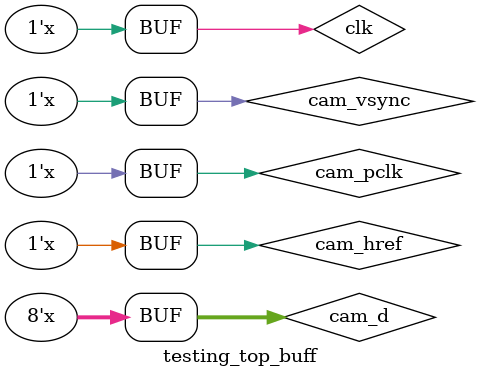
<source format=v>
`timescale 1ns / 1ps


module testing_top_buff;

	// Inputs
	reg clk;
	reg cam_vsync;
	reg cam_href;
	reg cam_pclk;
	reg [7:0] cam_d;

	// Outputs
	wire cam_sioc;
	wire cam_reset;
	wire cam_pwdn;
	wire cam_xclk;

	// Bidirs
	wire cam_siod;

	// Instantiate the Unit Under Test (UUT)
	top_buffer uut (
		.clk(clk), 
		.cam_sioc(cam_sioc), 
		.cam_siod(cam_siod), 
		.cam_reset(cam_reset), 
		.cam_pwdn(cam_pwdn), 
		.cam_vsync(cam_vsync), 
		.cam_href(cam_href), 
		.cam_pclk(cam_pclk), 
		.cam_xclk(cam_xclk), 
		.cam_d(cam_d)
	);

	initial begin
		// Initialize Inputs
		clk = 0;
		cam_vsync = 0;
		cam_href = 0;
		cam_pclk = 0;
		cam_d = 0;

		// Wait 100 ns for global reset to finish
		#100;
		// Add stimulus here

	end
	
	always begin
		#10 clk = ~clk;
		#5 cam_pclk = ~cam_pclk;
		#5 cam_vsync=~cam_vsync;
		#5 cam_href=~cam_href;
		cam_d = cam_d+1;
	end
      
endmodule


</source>
